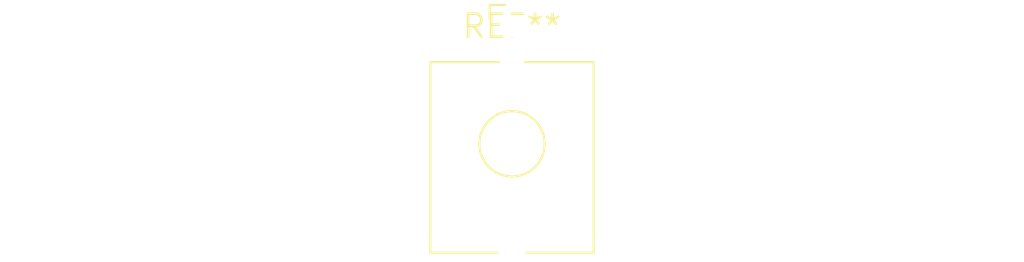
<source format=kicad_pcb>
(kicad_pcb (version 20240108) (generator pcbnew)
  (layers (0 "F.Cu" signal) (31 "B.Cu" signal) (34 "B.Paste" user) (35 "F.Paste" user) (36 "B.SilkS" user "B.Silkscreen") (37 "F.SilkS" user "F.Silkscreen") (38 "B.Mask" user) (39 "F.Mask" user) (44 "Edge.Cuts" user))
  (net 0 "")
  (footprint "Jack_3.5mm_QingPu_WQP-PJ398SM_Vertical_CircularHoles" (layer "F.Cu") (at 0 0)
    (property "Reference" "REF**")
    (property "Value" "Jack_3.5mm_QingPu_WQP-PJ398SM_Vertical_CircularHoles")
    (fp_line (start -4.5 1.98) (end -4.5 12.48) (layer "F.SilkS") (stroke (width 0.12)))
    (fp_line (start -1.23 -1.17) (end -1.23 -0.37) (layer "F.SilkS") (stroke (width 0.12)))
    (fp_line (start -1.23 -1.17) (end -0.37 -1.17) (layer "F.SilkS") (stroke (width 0.12)))
    (fp_line (start -0.8 12.48) (end -4.5 12.48) (layer "F.SilkS") (stroke (width 0.12)))
    (fp_line (start -0.72 1.98) (end -4.5 1.98) (layer "F.SilkS") (stroke (width 0.12)))
    (fp_line (start 4.5 1.98) (end 0.72 1.98) (layer "F.SilkS") (stroke (width 0.12)))
    (fp_line (start 4.5 1.98) (end 4.5 12.48) (layer "F.SilkS") (stroke (width 0.12)))
    (fp_line (start 4.5 12.48) (end 0.8 12.48) (layer "F.SilkS") (stroke (width 0.12)))
    (fp_circle (center 0 6.48) (end 1.8 6.48) (layer "F.SilkS") (stroke (width 0.12)) (fill none))
    (pad "S" thru_hole rect (at 0 0 180) (size 1.93 1.83) (drill 1.22) (layers *.Cu *.Mask) (remove_unused_layers))
    (pad "T" thru_hole circle (at 0 11.4 180) (size 2.13 2.13) (drill 1.43) (layers *.Cu *.Mask) (remove_unused_layers))
    (pad "TN" thru_hole circle (at 0 3.1 180) (size 2.13 2.13) (drill 1.42) (layers *.Cu *.Mask) (remove_unused_layers))
  )
)
</source>
